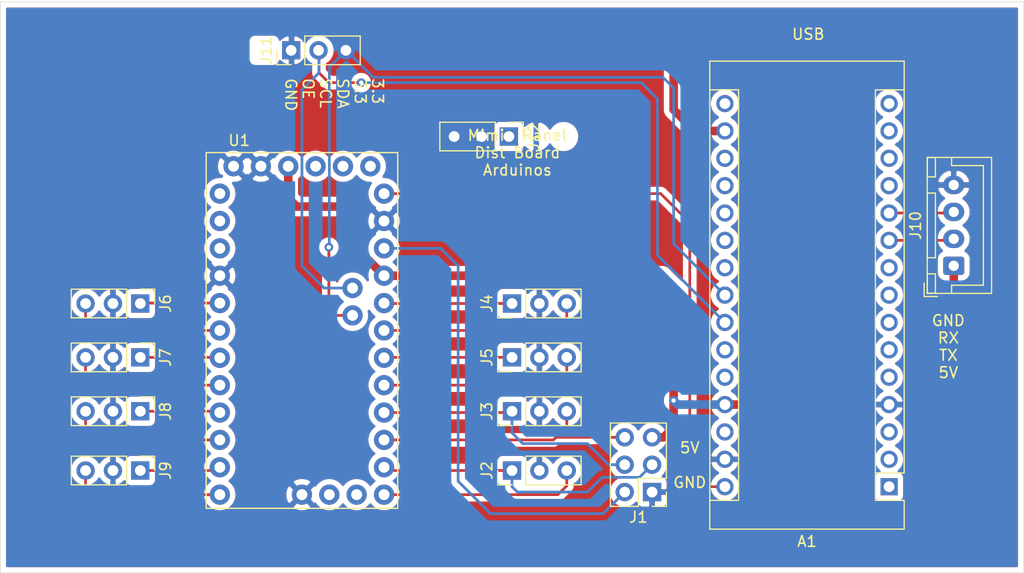
<source format=kicad_pcb>
(kicad_pcb (version 20171130) (host pcbnew 5.99.0+really5.1.10+dfsg1-1)
  (layers (0 F.Cu signal) (31 B.Cu signal) (34 B.Paste user) (35 F.Paste user) (36 B.SilkS user) (37 F.SilkS user) (38 B.Mask user) (39 F.Mask user) (44 Edge.Cuts user))
  (net 0 "")
  (net 1 VBUS)
  (net 2 GND)
  (net 3 +5V)
  (net 4 /Loco_Rx)
  (net 5 /Loco_TX)
  (net 6 /SCL)
  (net 7 /SDA)
  (net 8 /DT_6)
  (net 9 /DC_6)
  (net 10 /DC_5)
  (net 11 /Rst_Mini)
  (net 12 /DT_5)
  (net 13 /DC_7)
  (net 14 /DT_7)
  (net 15 /DC_8)
  (net 16 /DT_8)
  (net 17 /DC_1)
  (net 18 /DT_1)
  (net 19 /DC_2)
  (net 20 /DT_2)
  (net 21 /DT_3)
  (net 22 /DC_3)
  (net 23 /DC_4)
  (net 24 /DT_4)
  (module Connector_PinHeader_2.54mm:PinHeader_1x03_P2.54mm_Vertical (layer F.Cu) (at 127.21 52.5 270)
    (fp_text reference J12 (at 0 -2.33 90) (layer F.SilkS))
    (fp_text value Conn_01x06)
    (fp_line (start -1.33 6.41) (end 1.33 6.41) (layer F.SilkS) (width 0.12))
    (fp_line (start -1.33 1.27) (end -1.33 6.41) (layer F.SilkS) (width 0.12))
    (fp_line (start 1.33 1.27) (end 1.33 6.41) (layer F.SilkS) (width 0.12))
    (fp_line (start -1.33 1.27) (end 1.33 1.27) (layer F.SilkS) (width 0.12))
    (fp_line (start -1.33 0) (end -1.33 -1.33) (layer F.SilkS) (width 0.12))
    (fp_line (start -1.33 -1.33) (end 0 -1.33) (layer F.SilkS) (width 0.12))
    (pad 3 thru_hole oval (at 0 5.08 270) (size 1.7 1.7) (drill 1) (layers *.Cu *.Mask))
    (pad 2 thru_hole oval (at 0 2.54 270) (size 1.7 1.7) (drill 1) (layers *.Cu *.Mask) (net 2 GND))
    (pad 1 thru_hole rect (at 0 0 270) (size 1.7 1.7) (drill 1) (layers *.Cu *.Mask) (net 3 +5V))
  )
  (module Connector_PinHeader_2.54mm:PinHeader_1x03_P2.54mm_Vertical (layer F.Cu) (at 107 44.5 90)
    (fp_text reference J11 (at 0 -2.33 90) (layer F.SilkS))
    (fp_text value Conn_01x06)
    (fp_line (start -1.33 6.41) (end 1.33 6.41) (layer F.SilkS) (width 0.12))
    (fp_line (start -1.33 1.27) (end -1.33 6.41) (layer F.SilkS) (width 0.12))
    (fp_line (start 1.33 1.27) (end 1.33 6.41) (layer F.SilkS) (width 0.12))
    (fp_line (start -1.33 1.27) (end 1.33 1.27) (layer F.SilkS) (width 0.12))
    (fp_line (start -1.33 0) (end -1.33 -1.33) (layer F.SilkS) (width 0.12))
    (fp_line (start -1.33 -1.33) (end 0 -1.33) (layer F.SilkS) (width 0.12))
    (pad 3 thru_hole oval (at 0 5.08 90) (size 1.7 1.7) (drill 1) (layers *.Cu *.Mask) (net 7 /SDA))
    (pad 2 thru_hole oval (at 0 2.54 90) (size 1.7 1.7) (drill 1) (layers *.Cu *.Mask) (net 2 GND))
    (pad 1 thru_hole rect (at 0 0 90) (size 1.7 1.7) (drill 1) (layers *.Cu *.Mask) (net 6 /SCL))
  )
  (module Connector_JST:JST_XH_B4B-XH-A_1x04_P2.50mm_Vertical (layer F.Cu) (at 168.5 64.5 90)
    (fp_text reference J10 (at 3.75 -3.55 90) (layer F.SilkS))
    (fp_text value Conn_01x04)
    (fp_line (start -2.85 -2.75) (end -2.85 -1.5) (layer F.SilkS) (width 0.12))
    (fp_line (start -1.6 -2.75) (end -2.85 -2.75) (layer F.SilkS) (width 0.12))
    (fp_line (start 9.3 2.75) (end 3.75 2.75) (layer F.SilkS) (width 0.12))
    (fp_line (start 9.3 -0.2) (end 9.3 2.75) (layer F.SilkS) (width 0.12))
    (fp_line (start 10.05 -0.2) (end 9.3 -0.2) (layer F.SilkS) (width 0.12))
    (fp_line (start -1.8 2.75) (end 3.75 2.75) (layer F.SilkS) (width 0.12))
    (fp_line (start -1.8 -0.2) (end -1.8 2.75) (layer F.SilkS) (width 0.12))
    (fp_line (start -2.55 -0.2) (end -1.8 -0.2) (layer F.SilkS) (width 0.12))
    (fp_line (start 10.05 -2.45) (end 8.25 -2.45) (layer F.SilkS) (width 0.12))
    (fp_line (start 10.05 -1.7) (end 10.05 -2.45) (layer F.SilkS) (width 0.12))
    (fp_line (start 8.25 -1.7) (end 10.05 -1.7) (layer F.SilkS) (width 0.12))
    (fp_line (start 8.25 -2.45) (end 8.25 -1.7) (layer F.SilkS) (width 0.12))
    (fp_line (start -0.75 -2.45) (end -2.55 -2.45) (layer F.SilkS) (width 0.12))
    (fp_line (start -0.75 -1.7) (end -0.75 -2.45) (layer F.SilkS) (width 0.12))
    (fp_line (start -2.55 -1.7) (end -0.75 -1.7) (layer F.SilkS) (width 0.12))
    (fp_line (start -2.55 -2.45) (end -2.55 -1.7) (layer F.SilkS) (width 0.12))
    (fp_line (start 6.75 -2.45) (end 0.75 -2.45) (layer F.SilkS) (width 0.12))
    (fp_line (start 6.75 -1.7) (end 6.75 -2.45) (layer F.SilkS) (width 0.12))
    (fp_line (start 0.75 -1.7) (end 6.75 -1.7) (layer F.SilkS) (width 0.12))
    (fp_line (start 0.75 -2.45) (end 0.75 -1.7) (layer F.SilkS) (width 0.12))
    (fp_line (start 10.06 -2.46) (end -2.56 -2.46) (layer F.SilkS) (width 0.12))
    (fp_line (start 10.06 3.51) (end 10.06 -2.46) (layer F.SilkS) (width 0.12))
    (fp_line (start -2.56 3.51) (end 10.06 3.51) (layer F.SilkS) (width 0.12))
    (fp_line (start -2.56 -2.46) (end -2.56 3.51) (layer F.SilkS) (width 0.12))
    (pad 4 thru_hole oval (at 7.5 0 90) (size 1.7 1.95) (drill 0.95) (layers *.Cu *.Mask) (net 2 GND))
    (pad 3 thru_hole oval (at 5 0 90) (size 1.7 1.95) (drill 0.95) (layers *.Cu *.Mask) (net 4 /Loco_Rx))
    (pad 2 thru_hole oval (at 2.5 0 90) (size 1.7 1.95) (drill 0.95) (layers *.Cu *.Mask) (net 5 /Loco_TX))
    (pad 1 thru_hole roundrect (at 0 0 90) (size 1.7 1.95) (drill 0.95) (layers *.Cu *.Mask) (roundrect_rratio 0.147059) (net 3 +5V))
  )
  (module BoardArduinos:MODULE_ARDUINO_PRO_MINI (layer F.Cu) (at 108 70.5)
    (fp_text reference U1 (at -5.825 -17.635) (layer F.SilkS))
    (fp_text value ARDUINO_PRO_MINI)
    (fp_line (start -8.89 -16.51) (end -8.89 16.51) (layer F.SilkS) (width 0.127))
    (fp_line (start -8.89 16.51) (end 8.89 16.51) (layer F.SilkS) (width 0.127))
    (fp_line (start 8.89 16.51) (end 8.89 -16.51) (layer F.SilkS) (width 0.127))
    (fp_line (start 8.89 -16.51) (end -8.89 -16.51) (layer F.SilkS) (width 0.127))
    (pad JP3_3 thru_hole circle (at 0 15.24) (size 1.8796 1.8796) (drill 1.016) (layers *.Cu *.Mask) (net 2 GND))
    (pad JP7_12 thru_hole circle (at -7.62 -12.7) (size 1.8796 1.8796) (drill 1.016) (layers *.Cu *.Mask))
    (pad JP7_11 thru_hole circle (at -7.62 -10.16) (size 1.8796 1.8796) (drill 1.016) (layers *.Cu *.Mask))
    (pad JP7_10 thru_hole circle (at -7.62 -7.62) (size 1.8796 1.8796) (drill 1.016) (layers *.Cu *.Mask))
    (pad JP7_9 thru_hole circle (at -7.62 -5.08) (size 1.8796 1.8796) (drill 1.016) (layers *.Cu *.Mask) (net 2 GND))
    (pad JP7_8 thru_hole circle (at -7.62 -2.54) (size 1.8796 1.8796) (drill 1.016) (layers *.Cu *.Mask) (net 18 /DT_1))
    (pad JP7_7 thru_hole circle (at -7.62 0) (size 1.8796 1.8796) (drill 1.016) (layers *.Cu *.Mask) (net 17 /DC_1))
    (pad JP7_6 thru_hole circle (at -7.62 2.54) (size 1.8796 1.8796) (drill 1.016) (layers *.Cu *.Mask) (net 20 /DT_2))
    (pad JP7_5 thru_hole circle (at -7.62 5.08) (size 1.8796 1.8796) (drill 1.016) (layers *.Cu *.Mask) (net 19 /DC_2))
    (pad JP7_4 thru_hole circle (at -7.62 7.62) (size 1.8796 1.8796) (drill 1.016) (layers *.Cu *.Mask) (net 22 /DC_3))
    (pad JP7_3 thru_hole circle (at -7.62 10.16) (size 1.8796 1.8796) (drill 1.016) (layers *.Cu *.Mask) (net 21 /DT_3))
    (pad JP7_2 thru_hole circle (at -7.62 12.7) (size 1.8796 1.8796) (drill 1.016) (layers *.Cu *.Mask) (net 24 /DT_4))
    (pad JP7_1 thru_hole circle (at -7.62 15.24) (size 1.8796 1.8796) (drill 1.016) (layers *.Cu *.Mask) (net 23 /DC_4))
    (pad JP6_12 thru_hole circle (at 7.62 15.24) (size 1.8796 1.8796) (drill 1.016) (layers *.Cu *.Mask) (net 10 /DC_5))
    (pad JP6_11 thru_hole circle (at 7.62 12.7) (size 1.8796 1.8796) (drill 1.016) (layers *.Cu *.Mask) (net 12 /DT_5))
    (pad JP6_10 thru_hole circle (at 7.62 10.16) (size 1.8796 1.8796) (drill 1.016) (layers *.Cu *.Mask) (net 9 /DC_6))
    (pad JP6_9 thru_hole circle (at 7.62 7.62) (size 1.8796 1.8796) (drill 1.016) (layers *.Cu *.Mask) (net 8 /DT_6))
    (pad JP6_8 thru_hole circle (at 7.62 5.08) (size 1.8796 1.8796) (drill 1.016) (layers *.Cu *.Mask) (net 15 /DC_8))
    (pad JP6_7 thru_hole circle (at 7.62 2.54) (size 1.8796 1.8796) (drill 1.016) (layers *.Cu *.Mask) (net 16 /DT_8))
    (pad JP6_6 thru_hole circle (at 7.62 0) (size 1.8796 1.8796) (drill 1.016) (layers *.Cu *.Mask) (net 13 /DC_7))
    (pad JP6_5 thru_hole circle (at 7.62 -2.54) (size 1.8796 1.8796) (drill 1.016) (layers *.Cu *.Mask) (net 14 /DT_7))
    (pad JP6_4 thru_hole circle (at 7.62 -5.08) (size 1.8796 1.8796) (drill 1.016) (layers *.Cu *.Mask) (net 3 +5V))
    (pad JP6_3 thru_hole circle (at 7.62 -7.62) (size 1.8796 1.8796) (drill 1.016) (layers *.Cu *.Mask) (net 11 /Rst_Mini))
    (pad JP6_2 thru_hole circle (at 7.62 -10.16) (size 1.8796 1.8796) (drill 1.016) (layers *.Cu *.Mask) (net 2 GND))
    (pad JP6_1 thru_hole circle (at 7.62 -12.7) (size 1.8796 1.8796) (drill 1.016) (layers *.Cu *.Mask) (net 1 VBUS))
    (pad JP3_1 thru_hole circle (at 2.54 15.24) (size 1.8796 1.8796) (drill 1.016) (layers *.Cu *.Mask))
    (pad JP3_2 thru_hole circle (at 5.08 15.24) (size 1.8796 1.8796) (drill 1.016) (layers *.Cu *.Mask))
    (pad JP2_2 thru_hole circle (at 4.699 -3.937) (size 1.8796 1.8796) (drill 1.016) (layers *.Cu *.Mask) (net 6 /SCL))
    (pad JP2_1 thru_hole circle (at 4.699 -1.397) (size 1.8796 1.8796) (drill 1.016) (layers *.Cu *.Mask) (net 7 /SDA))
    (pad JP1_6 thru_hole circle (at -6.35 -15.24) (size 1.8796 1.8796) (drill 1.016) (layers *.Cu *.Mask) (net 2 GND))
    (pad JP1_5 thru_hole circle (at -3.81 -15.24) (size 1.8796 1.8796) (drill 1.016) (layers *.Cu *.Mask) (net 2 GND))
    (pad JP1_4 thru_hole circle (at -1.27 -15.24) (size 1.8796 1.8796) (drill 1.016) (layers *.Cu *.Mask) (net 3 +5V))
    (pad JP1_3 thru_hole circle (at 1.27 -15.24) (size 1.8796 1.8796) (drill 1.016) (layers *.Cu *.Mask))
    (pad JP1_2 thru_hole circle (at 3.81 -15.24) (size 1.8796 1.8796) (drill 1.016) (layers *.Cu *.Mask))
    (pad JP1_1 thru_hole circle (at 6.35 -15.24) (size 1.8796 1.8796) (drill 1.016) (layers *.Cu *.Mask))
  )
  (module Connector_PinHeader_2.54mm:PinHeader_1x03_P2.54mm_Vertical (layer F.Cu) (at 93 83.5 270)
    (fp_text reference J9 (at 0 -2.33 90) (layer F.SilkS))
    (fp_text value Conn_01x03)
    (fp_line (start -1.33 6.41) (end 1.33 6.41) (layer F.SilkS) (width 0.12))
    (fp_line (start -1.33 1.27) (end -1.33 6.41) (layer F.SilkS) (width 0.12))
    (fp_line (start 1.33 1.27) (end 1.33 6.41) (layer F.SilkS) (width 0.12))
    (fp_line (start -1.33 1.27) (end 1.33 1.27) (layer F.SilkS) (width 0.12))
    (fp_line (start -1.33 0) (end -1.33 -1.33) (layer F.SilkS) (width 0.12))
    (fp_line (start -1.33 -1.33) (end 0 -1.33) (layer F.SilkS) (width 0.12))
    (pad 3 thru_hole oval (at 0 5.08 270) (size 1.7 1.7) (drill 1) (layers *.Cu *.Mask) (net 23 /DC_4))
    (pad 2 thru_hole oval (at 0 2.54 270) (size 1.7 1.7) (drill 1) (layers *.Cu *.Mask) (net 2 GND))
    (pad 1 thru_hole rect (at 0 0 270) (size 1.7 1.7) (drill 1) (layers *.Cu *.Mask) (net 24 /DT_4))
  )
  (module Connector_PinHeader_2.54mm:PinHeader_1x03_P2.54mm_Vertical (layer F.Cu) (at 93 78 270)
    (fp_text reference J8 (at 0 -2.33 90) (layer F.SilkS))
    (fp_text value Conn_01x03)
    (fp_line (start -1.33 6.41) (end 1.33 6.41) (layer F.SilkS) (width 0.12))
    (fp_line (start -1.33 1.27) (end -1.33 6.41) (layer F.SilkS) (width 0.12))
    (fp_line (start 1.33 1.27) (end 1.33 6.41) (layer F.SilkS) (width 0.12))
    (fp_line (start -1.33 1.27) (end 1.33 1.27) (layer F.SilkS) (width 0.12))
    (fp_line (start -1.33 0) (end -1.33 -1.33) (layer F.SilkS) (width 0.12))
    (fp_line (start -1.33 -1.33) (end 0 -1.33) (layer F.SilkS) (width 0.12))
    (pad 3 thru_hole oval (at 0 5.08 270) (size 1.7 1.7) (drill 1) (layers *.Cu *.Mask) (net 21 /DT_3))
    (pad 2 thru_hole oval (at 0 2.54 270) (size 1.7 1.7) (drill 1) (layers *.Cu *.Mask) (net 2 GND))
    (pad 1 thru_hole rect (at 0 0 270) (size 1.7 1.7) (drill 1) (layers *.Cu *.Mask) (net 22 /DC_3))
  )
  (module Connector_PinHeader_2.54mm:PinHeader_1x03_P2.54mm_Vertical (layer F.Cu) (at 93 73 270)
    (fp_text reference J7 (at 0 -2.33 90) (layer F.SilkS))
    (fp_text value Conn_01x03)
    (fp_line (start -1.33 6.41) (end 1.33 6.41) (layer F.SilkS) (width 0.12))
    (fp_line (start -1.33 1.27) (end -1.33 6.41) (layer F.SilkS) (width 0.12))
    (fp_line (start 1.33 1.27) (end 1.33 6.41) (layer F.SilkS) (width 0.12))
    (fp_line (start -1.33 1.27) (end 1.33 1.27) (layer F.SilkS) (width 0.12))
    (fp_line (start -1.33 0) (end -1.33 -1.33) (layer F.SilkS) (width 0.12))
    (fp_line (start -1.33 -1.33) (end 0 -1.33) (layer F.SilkS) (width 0.12))
    (pad 3 thru_hole oval (at 0 5.08 270) (size 1.7 1.7) (drill 1) (layers *.Cu *.Mask) (net 19 /DC_2))
    (pad 2 thru_hole oval (at 0 2.54 270) (size 1.7 1.7) (drill 1) (layers *.Cu *.Mask) (net 2 GND))
    (pad 1 thru_hole rect (at 0 0 270) (size 1.7 1.7) (drill 1) (layers *.Cu *.Mask) (net 20 /DT_2))
  )
  (module Connector_PinHeader_2.54mm:PinHeader_1x03_P2.54mm_Vertical (layer F.Cu) (at 93 68 270)
    (fp_text reference J6 (at 0 -2.33 90) (layer F.SilkS))
    (fp_text value Conn_01x03)
    (fp_line (start -1.33 6.41) (end 1.33 6.41) (layer F.SilkS) (width 0.12))
    (fp_line (start -1.33 1.27) (end -1.33 6.41) (layer F.SilkS) (width 0.12))
    (fp_line (start 1.33 1.27) (end 1.33 6.41) (layer F.SilkS) (width 0.12))
    (fp_line (start -1.33 1.27) (end 1.33 1.27) (layer F.SilkS) (width 0.12))
    (fp_line (start -1.33 0) (end -1.33 -1.33) (layer F.SilkS) (width 0.12))
    (fp_line (start -1.33 -1.33) (end 0 -1.33) (layer F.SilkS) (width 0.12))
    (pad 3 thru_hole oval (at 0 5.08 270) (size 1.7 1.7) (drill 1) (layers *.Cu *.Mask) (net 17 /DC_1))
    (pad 2 thru_hole oval (at 0 2.54 270) (size 1.7 1.7) (drill 1) (layers *.Cu *.Mask) (net 2 GND))
    (pad 1 thru_hole rect (at 0 0 270) (size 1.7 1.7) (drill 1) (layers *.Cu *.Mask) (net 18 /DT_1))
  )
  (module Connector_PinHeader_2.54mm:PinHeader_1x03_P2.54mm_Vertical (layer F.Cu) (at 127.5 73 90)
    (fp_text reference J5 (at 0 -2.33 90) (layer F.SilkS))
    (fp_text value Conn_01x03)
    (fp_line (start -1.33 6.41) (end 1.33 6.41) (layer F.SilkS) (width 0.12))
    (fp_line (start -1.33 1.27) (end -1.33 6.41) (layer F.SilkS) (width 0.12))
    (fp_line (start 1.33 1.27) (end 1.33 6.41) (layer F.SilkS) (width 0.12))
    (fp_line (start -1.33 1.27) (end 1.33 1.27) (layer F.SilkS) (width 0.12))
    (fp_line (start -1.33 0) (end -1.33 -1.33) (layer F.SilkS) (width 0.12))
    (fp_line (start -1.33 -1.33) (end 0 -1.33) (layer F.SilkS) (width 0.12))
    (pad 3 thru_hole oval (at 0 5.08 90) (size 1.7 1.7) (drill 1) (layers *.Cu *.Mask) (net 15 /DC_8))
    (pad 2 thru_hole oval (at 0 2.54 90) (size 1.7 1.7) (drill 1) (layers *.Cu *.Mask) (net 2 GND))
    (pad 1 thru_hole rect (at 0 0 90) (size 1.7 1.7) (drill 1) (layers *.Cu *.Mask) (net 16 /DT_8))
  )
  (module Connector_PinHeader_2.54mm:PinHeader_1x03_P2.54mm_Vertical (layer F.Cu) (at 127.5 68 90)
    (fp_text reference J4 (at 0 -2.33 90) (layer F.SilkS))
    (fp_text value Conn_01x03)
    (fp_line (start -1.33 6.41) (end 1.33 6.41) (layer F.SilkS) (width 0.12))
    (fp_line (start -1.33 1.27) (end -1.33 6.41) (layer F.SilkS) (width 0.12))
    (fp_line (start 1.33 1.27) (end 1.33 6.41) (layer F.SilkS) (width 0.12))
    (fp_line (start -1.33 1.27) (end 1.33 1.27) (layer F.SilkS) (width 0.12))
    (fp_line (start -1.33 0) (end -1.33 -1.33) (layer F.SilkS) (width 0.12))
    (fp_line (start -1.33 -1.33) (end 0 -1.33) (layer F.SilkS) (width 0.12))
    (pad 3 thru_hole oval (at 0 5.08 90) (size 1.7 1.7) (drill 1) (layers *.Cu *.Mask) (net 13 /DC_7))
    (pad 2 thru_hole oval (at 0 2.54 90) (size 1.7 1.7) (drill 1) (layers *.Cu *.Mask) (net 2 GND))
    (pad 1 thru_hole rect (at 0 0 90) (size 1.7 1.7) (drill 1) (layers *.Cu *.Mask) (net 14 /DT_7))
  )
  (module Connector_PinHeader_2.54mm:PinHeader_1x03_P2.54mm_Vertical (layer F.Cu) (at 127.5 78 90)
    (fp_text reference J3 (at 0 -2.33 90) (layer F.SilkS))
    (fp_text value Conn_01x03)
    (fp_line (start -1.33 6.41) (end 1.33 6.41) (layer F.SilkS) (width 0.12))
    (fp_line (start -1.33 1.27) (end -1.33 6.41) (layer F.SilkS) (width 0.12))
    (fp_line (start 1.33 1.27) (end 1.33 6.41) (layer F.SilkS) (width 0.12))
    (fp_line (start -1.33 1.27) (end 1.33 1.27) (layer F.SilkS) (width 0.12))
    (fp_line (start -1.33 0) (end -1.33 -1.33) (layer F.SilkS) (width 0.12))
    (fp_line (start -1.33 -1.33) (end 0 -1.33) (layer F.SilkS) (width 0.12))
    (pad 3 thru_hole oval (at 0 5.08 90) (size 1.7 1.7) (drill 1) (layers *.Cu *.Mask) (net 9 /DC_6))
    (pad 2 thru_hole oval (at 0 2.54 90) (size 1.7 1.7) (drill 1) (layers *.Cu *.Mask) (net 2 GND))
    (pad 1 thru_hole rect (at 0 0 90) (size 1.7 1.7) (drill 1) (layers *.Cu *.Mask) (net 8 /DT_6))
  )
  (module Connector_PinHeader_2.54mm:PinHeader_1x03_P2.54mm_Vertical (layer F.Cu) (at 127.5 83.5 90)
    (fp_text reference J2 (at 0 -2.33 90) (layer F.SilkS))
    (fp_text value Conn_01x03)
    (fp_line (start -1.33 6.41) (end 1.33 6.41) (layer F.SilkS) (width 0.12))
    (fp_line (start -1.33 1.27) (end -1.33 6.41) (layer F.SilkS) (width 0.12))
    (fp_line (start 1.33 1.27) (end 1.33 6.41) (layer F.SilkS) (width 0.12))
    (fp_line (start -1.33 1.27) (end 1.33 1.27) (layer F.SilkS) (width 0.12))
    (fp_line (start -1.33 0) (end -1.33 -1.33) (layer F.SilkS) (width 0.12))
    (fp_line (start -1.33 -1.33) (end 0 -1.33) (layer F.SilkS) (width 0.12))
    (pad 3 thru_hole oval (at 0 5.08 90) (size 1.7 1.7) (drill 1) (layers *.Cu *.Mask) (net 10 /DC_5))
    (pad 2 thru_hole oval (at 0 2.54 90) (size 1.7 1.7) (drill 1) (layers *.Cu *.Mask) (net 2 GND))
    (pad 1 thru_hole rect (at 0 0 90) (size 1.7 1.7) (drill 1) (layers *.Cu *.Mask) (net 12 /DT_5))
  )
  (module Connector_PinHeader_2.54mm:PinHeader_2x03_P2.54mm_Vertical (layer F.Cu) (at 140.5 85.5 180)
    (fp_text reference J1 (at 1.27 -2.33) (layer F.SilkS))
    (fp_text value Conn_02x03_Odd_Even)
    (fp_line (start -1.33 6.41) (end 3.87 6.41) (layer F.SilkS) (width 0.12))
    (fp_line (start -1.33 1.27) (end -1.33 6.41) (layer F.SilkS) (width 0.12))
    (fp_line (start 3.87 -1.33) (end 3.87 6.41) (layer F.SilkS) (width 0.12))
    (fp_line (start -1.33 1.27) (end 1.27 1.27) (layer F.SilkS) (width 0.12))
    (fp_line (start 1.27 1.27) (end 1.27 -1.33) (layer F.SilkS) (width 0.12))
    (fp_line (start 1.27 -1.33) (end 3.87 -1.33) (layer F.SilkS) (width 0.12))
    (fp_line (start -1.33 0) (end -1.33 -1.33) (layer F.SilkS) (width 0.12))
    (fp_line (start -1.33 -1.33) (end 0 -1.33) (layer F.SilkS) (width 0.12))
    (pad 6 thru_hole oval (at 2.54 5.08 180) (size 1.7 1.7) (drill 1) (layers *.Cu *.Mask) (net 9 /DC_6))
    (pad 5 thru_hole oval (at 0 5.08 180) (size 1.7 1.7) (drill 1) (layers *.Cu *.Mask) (net 3 +5V))
    (pad 4 thru_hole oval (at 2.54 2.54 180) (size 1.7 1.7) (drill 1) (layers *.Cu *.Mask) (net 8 /DT_6))
    (pad 3 thru_hole oval (at 0 2.54 180) (size 1.7 1.7) (drill 1) (layers *.Cu *.Mask) (net 12 /DT_5))
    (pad 2 thru_hole oval (at 2.54 0 180) (size 1.7 1.7) (drill 1) (layers *.Cu *.Mask) (net 11 /Rst_Mini))
    (pad 1 thru_hole rect (at 0 0 180) (size 1.7 1.7) (drill 1) (layers *.Cu *.Mask) (net 2 GND))
  )
  (module Module:Arduino_Nano (layer F.Cu) (at 162.5 85 180)
    (fp_text reference A1 (at 7.62 -5.08) (layer F.SilkS))
    (fp_text value Arduino_Nano_v2.x)
    (fp_line (start 1.27 1.27) (end 1.27 -1.27) (layer F.SilkS) (width 0.12))
    (fp_line (start 1.27 -1.27) (end -1.4 -1.27) (layer F.SilkS) (width 0.12))
    (fp_line (start -1.4 1.27) (end -1.4 39.5) (layer F.SilkS) (width 0.12))
    (fp_line (start -1.4 -3.94) (end -1.4 -1.27) (layer F.SilkS) (width 0.12))
    (fp_line (start 13.97 -1.27) (end 16.64 -1.27) (layer F.SilkS) (width 0.12))
    (fp_line (start 13.97 -1.27) (end 13.97 36.83) (layer F.SilkS) (width 0.12))
    (fp_line (start 13.97 36.83) (end 16.64 36.83) (layer F.SilkS) (width 0.12))
    (fp_line (start 1.27 1.27) (end -1.4 1.27) (layer F.SilkS) (width 0.12))
    (fp_line (start 1.27 1.27) (end 1.27 36.83) (layer F.SilkS) (width 0.12))
    (fp_line (start 1.27 36.83) (end -1.4 36.83) (layer F.SilkS) (width 0.12))
    (fp_line (start -1.4 39.5) (end 16.64 39.5) (layer F.SilkS) (width 0.12))
    (fp_line (start 16.64 39.5) (end 16.64 -3.94) (layer F.SilkS) (width 0.12))
    (fp_line (start 16.64 -3.94) (end -1.4 -3.94) (layer F.SilkS) (width 0.12))
    (pad 16 thru_hole oval (at 15.24 35.56 180) (size 1.6 1.6) (drill 1) (layers *.Cu *.Mask))
    (pad 15 thru_hole oval (at 0 35.56 180) (size 1.6 1.6) (drill 1) (layers *.Cu *.Mask))
    (pad 30 thru_hole oval (at 15.24 0 180) (size 1.6 1.6) (drill 1) (layers *.Cu *.Mask) (net 1 VBUS))
    (pad 14 thru_hole oval (at 0 33.02 180) (size 1.6 1.6) (drill 1) (layers *.Cu *.Mask))
    (pad 29 thru_hole oval (at 15.24 2.54 180) (size 1.6 1.6) (drill 1) (layers *.Cu *.Mask) (net 2 GND))
    (pad 13 thru_hole oval (at 0 30.48 180) (size 1.6 1.6) (drill 1) (layers *.Cu *.Mask))
    (pad 28 thru_hole oval (at 15.24 5.08 180) (size 1.6 1.6) (drill 1) (layers *.Cu *.Mask))
    (pad 12 thru_hole oval (at 0 27.94 180) (size 1.6 1.6) (drill 1) (layers *.Cu *.Mask))
    (pad 27 thru_hole oval (at 15.24 7.62 180) (size 1.6 1.6) (drill 1) (layers *.Cu *.Mask) (net 3 +5V))
    (pad 11 thru_hole oval (at 0 25.4 180) (size 1.6 1.6) (drill 1) (layers *.Cu *.Mask) (net 4 /Loco_Rx))
    (pad 26 thru_hole oval (at 15.24 10.16 180) (size 1.6 1.6) (drill 1) (layers *.Cu *.Mask))
    (pad 10 thru_hole oval (at 0 22.86 180) (size 1.6 1.6) (drill 1) (layers *.Cu *.Mask) (net 5 /Loco_TX))
    (pad 25 thru_hole oval (at 15.24 12.7 180) (size 1.6 1.6) (drill 1) (layers *.Cu *.Mask))
    (pad 9 thru_hole oval (at 0 20.32 180) (size 1.6 1.6) (drill 1) (layers *.Cu *.Mask))
    (pad 24 thru_hole oval (at 15.24 15.24 180) (size 1.6 1.6) (drill 1) (layers *.Cu *.Mask) (net 6 /SCL))
    (pad 8 thru_hole oval (at 0 17.78 180) (size 1.6 1.6) (drill 1) (layers *.Cu *.Mask))
    (pad 23 thru_hole oval (at 15.24 17.78 180) (size 1.6 1.6) (drill 1) (layers *.Cu *.Mask) (net 7 /SDA))
    (pad 7 thru_hole oval (at 0 15.24 180) (size 1.6 1.6) (drill 1) (layers *.Cu *.Mask))
    (pad 22 thru_hole oval (at 15.24 20.32 180) (size 1.6 1.6) (drill 1) (layers *.Cu *.Mask))
    (pad 6 thru_hole oval (at 0 12.7 180) (size 1.6 1.6) (drill 1) (layers *.Cu *.Mask))
    (pad 21 thru_hole oval (at 15.24 22.86 180) (size 1.6 1.6) (drill 1) (layers *.Cu *.Mask))
    (pad 5 thru_hole oval (at 0 10.16 180) (size 1.6 1.6) (drill 1) (layers *.Cu *.Mask))
    (pad 20 thru_hole oval (at 15.24 25.4 180) (size 1.6 1.6) (drill 1) (layers *.Cu *.Mask))
    (pad 4 thru_hole oval (at 0 7.62 180) (size 1.6 1.6) (drill 1) (layers *.Cu *.Mask) (net 2 GND))
    (pad 19 thru_hole oval (at 15.24 27.94 180) (size 1.6 1.6) (drill 1) (layers *.Cu *.Mask))
    (pad 3 thru_hole oval (at 0 5.08 180) (size 1.6 1.6) (drill 1) (layers *.Cu *.Mask))
    (pad 18 thru_hole oval (at 15.24 30.48 180) (size 1.6 1.6) (drill 1) (layers *.Cu *.Mask))
    (pad 2 thru_hole oval (at 0 2.54 180) (size 1.6 1.6) (drill 1) (layers *.Cu *.Mask))
    (pad 17 thru_hole oval (at 15.24 33.02 180) (size 1.6 1.6) (drill 1) (layers *.Cu *.Mask))
    (pad 1 thru_hole rect (at 0 0 180) (size 1.6 1.6) (drill 1) (layers *.Cu *.Mask))
  )
  (gr_text "Mimic Panel\nDist Board\nArduinos" (at 128 54) (layer F.SilkS) (effects (font (size 1 1))))
  (gr_text "3.3\n3.3\nSDA\nSCL\nOE\nGND" (at 111 47 270) (layer F.SilkS) (effects (font (size 1 1)) (justify left)))
  (gr_text "5V\n\nGND" (at 144 83) (layer F.SilkS) (effects (font (size 1 1))))
  (gr_text USB (at 155 43) (layer F.SilkS) (effects (font (size 1 1))))
  (gr_text "GND\nRX\nTX\n5V" (at 168 72) (layer F.SilkS) (effects (font (size 1 1))))
  (gr_line (start 175 93) (end 175 40) (layer Edge.Cuts) (width 0.05))
  (gr_line (start 80 93) (end 175 93) (layer Edge.Cuts) (width 0.05))
  (gr_line (start 80 40) (end 80 93) (layer Edge.Cuts) (width 0.05))
  (gr_line (start 175 40) (end 80 40) (layer Edge.Cuts) (width 0.05))
  (segment (start 145.5 85) (end 147.26 85) (width 0.25) (layer F.Cu) (net 1))
  (segment (start 144 83.5) (end 145.5 85) (width 0.25) (layer F.Cu) (net 1))
  (segment (start 144 60.5) (end 144 83.5) (width 0.25) (layer F.Cu) (net 1))
  (segment (start 141.3 57.8) (end 144 60.5) (width 0.25) (layer F.Cu) (net 1))
  (segment (start 115.62 57.8) (end 141.3 57.8) (width 0.25) (layer F.Cu) (net 1))
  (segment (start 115.62 65.42) (end 141.42 65.42) (width 0.8) (layer F.Cu) (net 3))
  (via (at 142.5 77) (size 0.8) (drill 0.4) (layers F.Cu B.Cu) (net 3))
  (segment (start 142.5 66.5) (end 142.5 77) (width 0.8) (layer F.Cu) (net 3))
  (segment (start 141.42 65.42) (end 142.5 66.5) (width 0.8) (layer F.Cu) (net 3))
  (segment (start 142.88 77.38) (end 147.26 77.38) (width 0.8) (layer B.Cu) (net 3))
  (segment (start 142.5 77) (end 142.88 77.38) (width 0.8) (layer B.Cu) (net 3))
  (segment (start 142.5 77) (end 142.5 79.5) (width 0.8) (layer F.Cu) (net 3))
  (segment (start 141.58 80.42) (end 140.5 80.42) (width 0.8) (layer F.Cu) (net 3))
  (segment (start 142.5 79.5) (end 141.58 80.42) (width 0.8) (layer F.Cu) (net 3))
  (segment (start 113.7 63.5) (end 115.62 65.42) (width 0.8) (layer F.Cu) (net 3))
  (segment (start 113.7 60.2) (end 113.7 63.5) (width 0.8) (layer F.Cu) (net 3))
  (segment (start 112.5 59) (end 113.7 60.2) (width 0.8) (layer F.Cu) (net 3))
  (segment (start 107.5 59) (end 112.5 59) (width 0.8) (layer F.Cu) (net 3))
  (segment (start 106.73 58.23) (end 107.5 59) (width 0.8) (layer F.Cu) (net 3))
  (segment (start 106.73 55.26) (end 106.73 58.23) (width 0.8) (layer F.Cu) (net 3))
  (segment (start 168.5 64.5) (end 168.5 85.5) (width 0.8) (layer F.Cu) (net 3))
  (segment (start 168.5 85.5) (end 166 88) (width 0.8) (layer F.Cu) (net 3))
  (segment (start 166 88) (end 159 88) (width 0.8) (layer F.Cu) (net 3))
  (segment (start 159 88) (end 155 84) (width 0.8) (layer F.Cu) (net 3))
  (segment (start 155 84) (end 155 79) (width 0.8) (layer F.Cu) (net 3))
  (segment (start 153.38 77.38) (end 147.26 77.38) (width 0.8) (layer F.Cu) (net 3))
  (segment (start 155 79) (end 153.38 77.38) (width 0.8) (layer F.Cu) (net 3))
  (segment (start 168.32 59.6) (end 168.5 59.42) (width 0.25) (layer F.Cu) (net 4))
  (segment (start 162.5 59.6) (end 168.32 59.6) (width 0.25) (layer F.Cu) (net 4))
  (segment (start 168.32 62.14) (end 168.5 61.96) (width 0.25) (layer F.Cu) (net 5))
  (segment (start 162.5 62.14) (end 168.32 62.14) (width 0.25) (layer F.Cu) (net 5))
  (segment (start 147.26 69.76) (end 141 63.5) (width 0.25) (layer B.Cu) (net 6))
  (segment (start 141 63.5) (end 141 49) (width 0.25) (layer B.Cu) (net 6))
  (via (at 113.5 47.5) (size 0.8) (drill 0.4) (layers F.Cu B.Cu) (net 6))
  (segment (start 139.5 47.5) (end 113.5 47.5) (width 0.25) (layer B.Cu) (net 6))
  (segment (start 141 49) (end 139.5 47.5) (width 0.25) (layer B.Cu) (net 6))
  (segment (start 113.5 47.5) (end 110.5 47.5) (width 0.25) (layer F.Cu) (net 6))
  (segment (start 109.58 46.58) (end 109.58 44.5) (width 0.25) (layer F.Cu) (net 6))
  (segment (start 110.5 47.5) (end 109.58 46.58) (width 0.25) (layer F.Cu) (net 6))
  (segment (start 110.063 66.563) (end 112.699 66.563) (width 0.25) (layer B.Cu) (net 6))
  (segment (start 108 64.5) (end 110.063 66.563) (width 0.25) (layer B.Cu) (net 6))
  (segment (start 108 48.16) (end 108 64.5) (width 0.25) (layer B.Cu) (net 6))
  (segment (start 109.58 46.58) (end 108 48.16) (width 0.25) (layer B.Cu) (net 6))
  (segment (start 109.58 44.5) (end 109.58 46.58) (width 0.25) (layer B.Cu) (net 6))
  (via (at 110.5 62.77499) (size 0.8) (drill 0.4) (layers F.Cu B.Cu) (net 7))
  (segment (start 112.12 44.5) (end 110.545199 46.074801) (width 0.25) (layer B.Cu) (net 7))
  (segment (start 110.545199 46.074801) (end 110.545199 62.729791) (width 0.25) (layer B.Cu) (net 7))
  (segment (start 110.545199 62.729791) (end 110.5 62.77499) (width 0.25) (layer B.Cu) (net 7))
  (segment (start 110.5 68.5) (end 110.5 62.77499) (width 0.25) (layer F.Cu) (net 7))
  (segment (start 111.103 69.103) (end 110.5 68.5) (width 0.25) (layer F.Cu) (net 7))
  (segment (start 112.699 69.103) (end 111.103 69.103) (width 0.25) (layer F.Cu) (net 7))
  (segment (start 147.26 67.22) (end 142.5 62.46) (width 0.25) (layer B.Cu) (net 7))
  (segment (start 142.5 62.46) (end 142.5 48) (width 0.25) (layer B.Cu) (net 7))
  (segment (start 142.5 48) (end 141.5 47) (width 0.25) (layer B.Cu) (net 7))
  (segment (start 114.62 47) (end 112.12 44.5) (width 0.25) (layer B.Cu) (net 7))
  (segment (start 141.5 47) (end 114.62 47) (width 0.25) (layer B.Cu) (net 7))
  (segment (start 114.66 44.5) (end 117.2 44.5) (width 0.8) (layer F.Cu) (net 0))
  (segment (start 147.26 51.98) (end 144.48 51.98) (width 0.8) (layer F.Cu) (net 0))
  (segment (start 144.48 51.98) (end 142.5 50) (width 0.8) (layer F.Cu) (net 0))
  (segment (start 142.5 50) (end 142.5 45) (width 0.8) (layer F.Cu) (net 0))
  (segment (start 142.5 45) (end 142 44.5) (width 0.8) (layer F.Cu) (net 0))
  (segment (start 117.2 44.5) (end 142 44.5) (width 0.8) (layer F.Cu) (net 0))
  (segment (start 127.38 78.12) (end 127.5 78) (width 0.25) (layer F.Cu) (net 8))
  (segment (start 115.62 78.12) (end 127.38 78.12) (width 0.25) (layer F.Cu) (net 8))
  (segment (start 137.96 82.96) (end 136.46 82.96) (width 0.25) (layer B.Cu) (net 8))
  (segment (start 136.46 82.96) (end 134.5 81) (width 0.25) (layer B.Cu) (net 8))
  (segment (start 134.5 81) (end 128.5 81) (width 0.25) (layer B.Cu) (net 8))
  (segment (start 127.5 80) (end 127.5 78) (width 0.25) (layer B.Cu) (net 8))
  (segment (start 128.5 81) (end 127.5 80) (width 0.25) (layer B.Cu) (net 8))
  (segment (start 132.58 78) (end 132.58 79.42) (width 0.25) (layer F.Cu) (net 9))
  (segment (start 131.34 80.66) (end 115.62 80.66) (width 0.25) (layer F.Cu) (net 9))
  (segment (start 137.96 80.42) (end 131.58 80.42) (width 0.25) (layer F.Cu) (net 9))
  (segment (start 131.58 80.42) (end 131.5 80.5) (width 0.25) (layer F.Cu) (net 9))
  (segment (start 131.5 80.5) (end 131.34 80.66) (width 0.25) (layer F.Cu) (net 9))
  (segment (start 132.58 79.42) (end 131.5 80.5) (width 0.25) (layer F.Cu) (net 9))
  (segment (start 115.62 85.74) (end 131.76 85.74) (width 0.25) (layer F.Cu) (net 10))
  (segment (start 132.58 84.92) (end 132.58 83.5) (width 0.25) (layer F.Cu) (net 10))
  (segment (start 131.76 85.74) (end 132.58 84.92) (width 0.25) (layer F.Cu) (net 10))
  (segment (start 137.96 85.5) (end 135.96 87.5) (width 0.25) (layer B.Cu) (net 11))
  (segment (start 135.96 87.5) (end 125.5 87.5) (width 0.25) (layer B.Cu) (net 11))
  (segment (start 125.5 87.5) (end 122.5 84.5) (width 0.25) (layer B.Cu) (net 11))
  (segment (start 122.5 84.5) (end 122.5 64.5) (width 0.25) (layer B.Cu) (net 11))
  (segment (start 120.88 62.88) (end 115.62 62.88) (width 0.25) (layer B.Cu) (net 11))
  (segment (start 122.5 64.5) (end 120.88 62.88) (width 0.25) (layer B.Cu) (net 11))
  (segment (start 115.92 83.5) (end 115.62 83.2) (width 0.25) (layer F.Cu) (net 12))
  (segment (start 127.5 83.5) (end 115.92 83.5) (width 0.25) (layer F.Cu) (net 12))
  (segment (start 127.5 85) (end 127.5 83.5) (width 0.25) (layer B.Cu) (net 12))
  (segment (start 135.864999 84.135001) (end 134.5 85.5) (width 0.25) (layer B.Cu) (net 12))
  (segment (start 139.324999 84.135001) (end 135.864999 84.135001) (width 0.25) (layer B.Cu) (net 12))
  (segment (start 128 85.5) (end 127.5 85) (width 0.25) (layer B.Cu) (net 12))
  (segment (start 134.5 85.5) (end 128 85.5) (width 0.25) (layer B.Cu) (net 12))
  (segment (start 140.5 82.96) (end 139.324999 84.135001) (width 0.25) (layer B.Cu) (net 12))
  (segment (start 132.58 68) (end 132.58 69.42) (width 0.25) (layer F.Cu) (net 13))
  (segment (start 131.5 70.5) (end 115.62 70.5) (width 0.25) (layer F.Cu) (net 13))
  (segment (start 132.58 69.42) (end 131.5 70.5) (width 0.25) (layer F.Cu) (net 13))
  (segment (start 115.66 68) (end 115.62 67.96) (width 0.25) (layer F.Cu) (net 14))
  (segment (start 127.5 68) (end 115.66 68) (width 0.25) (layer F.Cu) (net 14))
  (segment (start 132.58 73) (end 132.58 74.92) (width 0.25) (layer F.Cu) (net 15))
  (segment (start 131.92 75.58) (end 115.62 75.58) (width 0.25) (layer F.Cu) (net 15))
  (segment (start 132.58 74.92) (end 131.92 75.58) (width 0.25) (layer F.Cu) (net 15))
  (segment (start 115.66 73) (end 115.62 73.04) (width 0.25) (layer F.Cu) (net 16))
  (segment (start 127.5 73) (end 115.66 73) (width 0.25) (layer F.Cu) (net 16))
  (segment (start 87.92 68) (end 87.92 69.42) (width 0.25) (layer F.Cu) (net 17))
  (segment (start 89 70.5) (end 100.38 70.5) (width 0.25) (layer F.Cu) (net 17))
  (segment (start 87.92 69.42) (end 89 70.5) (width 0.25) (layer F.Cu) (net 17))
  (segment (start 93.04 67.96) (end 93 68) (width 0.25) (layer F.Cu) (net 18))
  (segment (start 100.38 67.96) (end 93.04 67.96) (width 0.25) (layer F.Cu) (net 18))
  (segment (start 87.92 73) (end 87.92 74.92) (width 0.25) (layer F.Cu) (net 19))
  (segment (start 88.58 75.58) (end 100.38 75.58) (width 0.25) (layer F.Cu) (net 19))
  (segment (start 87.92 74.92) (end 88.58 75.58) (width 0.25) (layer F.Cu) (net 19))
  (segment (start 100.34 73) (end 100.38 73.04) (width 0.25) (layer F.Cu) (net 20))
  (segment (start 93 73) (end 100.34 73) (width 0.25) (layer F.Cu) (net 20))
  (segment (start 87.92 78) (end 87.92 79.92) (width 0.25) (layer F.Cu) (net 21))
  (segment (start 88.66 80.66) (end 100.38 80.66) (width 0.25) (layer F.Cu) (net 21))
  (segment (start 87.92 79.92) (end 88.66 80.66) (width 0.25) (layer F.Cu) (net 21))
  (segment (start 100.26 78) (end 100.38 78.12) (width 0.25) (layer F.Cu) (net 22))
  (segment (start 93 78) (end 100.26 78) (width 0.25) (layer F.Cu) (net 22))
  (segment (start 87.92 83.5) (end 87.92 85.42) (width 0.25) (layer F.Cu) (net 23))
  (segment (start 88.24 85.74) (end 100.38 85.74) (width 0.25) (layer F.Cu) (net 23))
  (segment (start 87.92 85.42) (end 88.24 85.74) (width 0.25) (layer F.Cu) (net 23))
  (segment (start 100.08 83.5) (end 100.38 83.2) (width 0.25) (layer F.Cu) (net 24))
  (segment (start 93 83.5) (end 100.08 83.5) (width 0.25) (layer F.Cu) (net 24))
  (zone (net 2) (net_name GND) (layer F.Cu) (connect_pads (clearance 0.508)) (min_thickness 0.254) (fill yes (arc_segments 32) (thermal_gap 0.508) (thermal_bridge_width 0.508))
    (polygon (pts (xy 175 93) (xy 80 93) (xy 80 40) (xy 175 40)))
  )
  (zone (net 2) (net_name GND) (layer B.Cu) (connect_pads (clearance 0.508)) (min_thickness 0.254) (fill yes (arc_segments 32) (thermal_gap 0.508) (thermal_bridge_width 0.508))
    (polygon (pts (xy 175 93) (xy 80 93) (xy 80 40) (xy 175 40)))
  )
)
</source>
